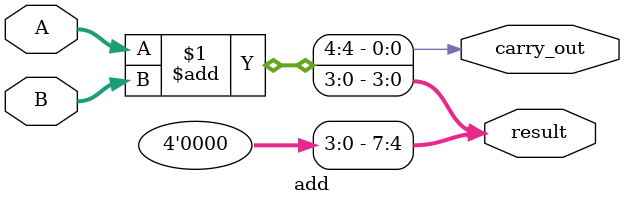
<source format=v>
module add #(parameter WIDTH = 4) (
    input [WIDTH-1:0] A, B,
    output [2*WIDTH-1:0] result,  // 8-bit for 4-bit inputs
    output carry_out
);
    assign {carry_out, result[WIDTH-1:0]} = A + B;  // Add with carry
    assign result[2*WIDTH-1:WIDTH] = 0;  // Zero-extend upper bits
endmodule
</source>
